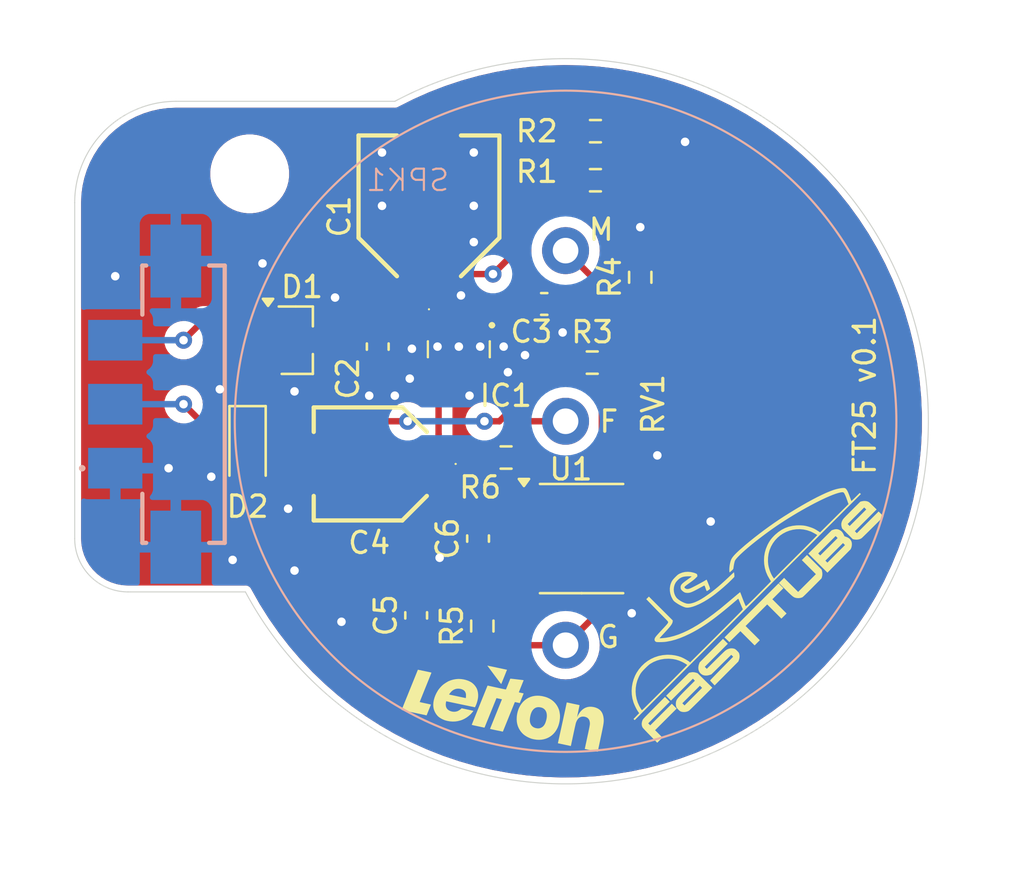
<source format=kicad_pcb>
(kicad_pcb
	(version 20240108)
	(generator "pcbnew")
	(generator_version "8.0")
	(general
		(thickness 1.6)
		(legacy_teardrops no)
	)
	(paper "A4")
	(layers
		(0 "F.Cu" signal)
		(31 "B.Cu" power)
		(32 "B.Adhes" user "B.Adhesive")
		(33 "F.Adhes" user "F.Adhesive")
		(34 "B.Paste" user)
		(35 "F.Paste" user)
		(37 "F.SilkS" user "F.Silkscreen")
		(38 "B.Mask" user)
		(39 "F.Mask" user)
		(40 "Dwgs.User" user "User.Drawings")
		(41 "Cmts.User" user "User.Comments")
		(42 "Eco1.User" user "User.Eco1")
		(43 "Eco2.User" user "User.Eco2")
		(44 "Edge.Cuts" user)
		(45 "Margin" user)
		(46 "B.CrtYd" user "B.Courtyard")
		(47 "F.CrtYd" user "F.Courtyard")
		(48 "B.Fab" user)
		(49 "F.Fab" user)
		(50 "User.1" user)
		(51 "User.2" user)
		(52 "User.3" user)
		(53 "User.4" user)
		(54 "User.5" user)
		(55 "User.6" user)
		(56 "User.7" user)
		(57 "User.8" user)
		(58 "User.9" user)
	)
	(setup
		(stackup
			(layer "F.SilkS"
				(type "Top Silk Screen")
			)
			(layer "F.Paste"
				(type "Top Solder Paste")
			)
			(layer "F.Mask"
				(type "Top Solder Mask")
				(thickness 0.01)
			)
			(layer "F.Cu"
				(type "copper")
				(thickness 0.035)
			)
			(layer "dielectric 1"
				(type "core")
				(thickness 1.51)
				(material "FR4")
				(epsilon_r 4.5)
				(loss_tangent 0.02)
			)
			(layer "B.Cu"
				(type "copper")
				(thickness 0.035)
			)
			(layer "B.Mask"
				(type "Bottom Solder Mask")
				(thickness 0.01)
			)
			(layer "B.Paste"
				(type "Bottom Solder Paste")
			)
			(layer "dielectric 2"
				(type "Bottom Silk Screen")
				(thickness 0)
				(material "FR4")
				(epsilon_r 4.5)
				(loss_tangent 0.02)
			)
			(copper_finish "None")
			(dielectric_constraints no)
		)
		(pad_to_mask_clearance 0)
		(allow_soldermask_bridges_in_footprints no)
		(pcbplotparams
			(layerselection 0x00010fc_ffffffff)
			(plot_on_all_layers_selection 0x0000000_00000000)
			(disableapertmacros no)
			(usegerberextensions no)
			(usegerberattributes yes)
			(usegerberadvancedattributes yes)
			(creategerberjobfile yes)
			(dashed_line_dash_ratio 12.000000)
			(dashed_line_gap_ratio 3.000000)
			(svgprecision 4)
			(plotframeref no)
			(viasonmask no)
			(mode 1)
			(useauxorigin no)
			(hpglpennumber 1)
			(hpglpenspeed 20)
			(hpglpendiameter 15.000000)
			(pdf_front_fp_property_popups yes)
			(pdf_back_fp_property_popups yes)
			(dxfpolygonmode yes)
			(dxfimperialunits yes)
			(dxfusepcbnewfont yes)
			(psnegative no)
			(psa4output no)
			(plotreference yes)
			(plotvalue yes)
			(plotfptext yes)
			(plotinvisibletext no)
			(sketchpadsonfab no)
			(subtractmaskfromsilk no)
			(outputformat 1)
			(mirror no)
			(drillshape 1)
			(scaleselection 1)
			(outputdirectory "")
		)
	)
	(net 0 "")
	(net 1 "VDD")
	(net 2 "GND")
	(net 3 "Net-(U1-FEED)")
	(net 4 "Net-(SPK1-M)")
	(net 5 "+24V")
	(net 6 "Net-(U1-HRNEN)")
	(net 7 "Net-(IC1-EN{slash}ADJ)")
	(net 8 "/SIG")
	(net 9 "Net-(SPK1-G)")
	(net 10 "Net-(SPK1-F)")
	(net 11 "Net-(D1-A)")
	(net 12 "unconnected-(U1-NC-Pad1)")
	(net 13 "unconnected-(U1-NC-Pad3)")
	(net 14 "Net-(R1-Pad2)")
	(footprint "Capacitor_SMD:C_0603_1608Metric_Pad1.08x0.95mm_HandSolder" (layer "F.Cu") (at 141.2 96.5 -90))
	(footprint "Capacitor_SMD:C_0603_1608Metric_Pad1.08x0.95mm_HandSolder" (layer "F.Cu") (at 145.9 105.5 90))
	(footprint "LOGO" (layer "F.Cu") (at 157.785054 107.960449 45))
	(footprint "Resistor_SMD:R_0603_1608Metric_Pad0.98x0.95mm_HandSolder" (layer "F.Cu") (at 146.1 109.6 90))
	(footprint "soundbox:06TR4FA104DPR" (layer "F.Cu") (at 159 95.5))
	(footprint "Capacitor_SMD:C_0603_1608Metric_Pad1.08x0.95mm_HandSolder" (layer "F.Cu") (at 149 94.5 180))
	(footprint "Resistor_SMD:R_0603_1608Metric_Pad0.98x0.95mm_HandSolder" (layer "F.Cu") (at 153.5 93.25 90))
	(footprint "soundbox:PG-SCT595-5" (layer "F.Cu") (at 145 96.5 180))
	(footprint "soundbox:EEE0GA101SR" (layer "F.Cu") (at 140.85 102 180))
	(footprint "Resistor_SMD:R_0603_1608Metric_Pad0.98x0.95mm_HandSolder" (layer "F.Cu") (at 147.2125 101.7))
	(footprint "Resistor_SMD:R_0603_1608Metric_Pad0.98x0.95mm_HandSolder" (layer "F.Cu") (at 151.4 88.7))
	(footprint "Package_TO_SOT_SMD:SOT-23_Handsoldering" (layer "F.Cu") (at 137.4 96.2))
	(footprint "soundbox:LeitOn_small_wo_sq" (layer "F.Cu") (at 147.2 113.1 -12))
	(footprint "Package_SO:SOIC-8_3.9x4.9mm_P1.27mm" (layer "F.Cu") (at 150.75 105.5))
	(footprint "soundbox:EEE1AA101SP" (layer "F.Cu") (at 143.6 89.9 90))
	(footprint "Resistor_SMD:R_0603_1608Metric_Pad0.98x0.95mm_HandSolder" (layer "F.Cu") (at 151.25 97.25))
	(footprint "Capacitor_SMD:C_0603_1608Metric_Pad1.08x0.95mm_HandSolder" (layer "F.Cu") (at 143 109.1 90))
	(footprint "Diode_SMD:D_SOD-323_HandSoldering" (layer "F.Cu") (at 135.1 101.3 -90))
	(footprint "MountingHole:MountingHole_3.2mm_M3_DIN965" (layer "F.Cu") (at 135.2 88.4))
	(footprint "Resistor_SMD:R_0603_1608Metric_Pad0.98x0.95mm_HandSolder" (layer "F.Cu") (at 151.4 86.4))
	(footprint "soundbox:TE Micro-Mate-N-Lok 1x03" (layer "B.Cu") (at 132.1 99.2 -90))
	(footprint "soundbox:CPT-3016-105T" (layer "B.Cu") (at 150 100 180))
	(gr_arc
		(start 127 89.75)
		(mid 128.391243 86.391243)
		(end 131.75 85)
		(stroke
			(width 0.05)
			(type default)
		)
		(layer "Edge.Cuts")
		(uuid "0c9499f7-3257-4d1a-ab45-d3dea9659961")
	)
	(gr_line
		(start 131.75 85)
		(end 142 85)
		(stroke
			(width 0.05)
			(type default)
		)
		(layer "Edge.Cuts")
		(uuid "145b8ce2-1cdf-402f-8341-2813b341aab6")
	)
	(gr_line
		(start 127 89.75)
		(end 127 105.5)
		(stroke
			(width 0.05)
			(type default)
		)
		(layer "Edge.Cuts")
		(uuid "5702bfe5-fa35-42f9-b66d-dc1faf38af9f")
	)
	(gr_line
		(start 129.5 108)
		(end 135 108)
		(stroke
			(width 0.05)
			(type default)
		)
		(layer "Edge.Cuts")
		(uuid "7ce022d5-3481-46fd-850f-fa99ac5c91eb")
	)
	(gr_arc
		(start 142 85)
		(mid 166.263456 104.949746)
		(end 135.000001 108.000003)
		(stroke
			(width 0.05)
			(type default)
		)
		(layer "Edge.Cuts")
		(uuid "8a2c619c-8626-4af2-8c59-1422d0ba61b9")
	)
	(gr_arc
		(start 129.5 108)
		(mid 127.732233 107.267767)
		(end 127 105.5)
		(stroke
			(width 0.05)
			(type default)
		)
		(layer "Edge.Cuts")
		(uuid "e1634623-b024-4caa-9d4d-69a765686d49")
	)
	(gr_rect
		(start 127 83)
		(end 167 117)
		(stroke
			(width 0.01)
			(type default)
		)
		(fill none)
		(layer "User.1")
		(uuid "39b0a146-c4d4-4256-ae48-acf0ec4d99bd")
	)
	(gr_text "FT25 v0.1"
		(at 164.6 102.6 90)
		(layer "F.SilkS")
		(uuid "0568cae2-bee3-4247-bec4-4aec8861298f")
		(effects
			(font
				(size 1 1)
				(thickness 0.15)
			)
			(justify left bottom)
		)
	)
	(segment
		(start 144.05 100.6)
		(end 144.05 101.8)
		(width 0.3)
		(layer "F.Cu")
		(net 1)
		(uuid "0200de1e-f1d3-475e-904f-1ae67260540b")
	)
	(segment
		(start 144.05 103.45)
		(end 144.05 102.35)
		(width 0.3)
		(layer "F.Cu")
		(net 1)
		(uuid "0bc4b59f-3030-465f-99e6-8a96f1d37eff")
	)
	(segment
		(start 148.275 104.865)
		(end 146.1275 104.865)
		(width 0.3)
		(layer "F.Cu")
		(net 1)
		(uuid "4fcf3739-2429-46db-a6eb-520af12c0900")
	)
	(segment
		(start 144 97.75)
		(end 144.05 97.7)
		(width 0.3)
		(layer "F.Cu")
		(net 1)
		(uuid "b57598a9-8b18-4e03-89c1-05fa95734452")
	)
	(segment
		(start 144.05 97.7)
		(end 144.05 100.6)
		(width 0.3)
		(layer "F.Cu")
		(net 1)
		(uuid "b5e77050-d7d3-4d83-9482-2923ce921046")
	)
	(segment
		(start 142.85 101.8)
		(end 144.05 101.8)
		(width 0.3)
		(layer "F.Cu")
		(net 1)
		(uuid "b743f3e9-4660-4641-8a39-1aa2c34a7ec6")
	)
	(segment
		(start 144.05 102.35)
		(end 143.7 102)
		(width 0.3)
		(layer "F.Cu")
		(net 1)
		(uuid "c5bb5a80-74ea-46d0-bfec-228c952e0dc7")
	)
	(segment
		(start 145.9 104.6375)
		(end 145.2375 104.6375)
		(width 0.3)
		(layer "F.Cu")
		(net 1)
		(uuid "cd55c0ae-b94b-4f6e-88d8-0819b3376a66")
	)
	(segment
		(start 145.2375 104.6375)
		(end 144.05 103.45)
		(width 0.3)
		(layer "F.Cu")
		(net 1)
		(uuid "ea5494ea-c94c-4637-880a-57b8847c4db0")
	)
	(segment
		(start 146.1275 104.865)
		(end 145.9 104.6375)
		(width 0.3)
		(layer "F.Cu")
		(net 1)
		(uuid "f2ef52aa-2e6f-4866-8b2f-5ded5050ff85")
	)
	(segment
		(start 145.9 106.3625)
		(end 144.1375 106.3625)
		(width 0.3)
		(layer "F.Cu")
		(net 2)
		(uuid "55aab1f9-bc28-4d68-920d-7a0186ad9de5")
	)
	(segment
		(start 149.8625 95.8375)
		(end 149.8625 94.5)
		(width 0.3)
		(layer "F.Cu")
		(net 2)
		(uuid "71920597-7374-42a3-8e56-7b58da0dcf27")
	)
	(segment
		(start 144.1375 106.3625)
		(end 144.1 106.4)
		(width 0.3)
		(layer "F.Cu")
		(net 2)
		(uuid "e1cb0569-3fed-4d04-9a27-ad2ee24e1020")
	)
	(via
		(at 155.6 86.9)
		(size 0.8)
		(drill 0.4)
		(layers "F.Cu" "B.Cu")
		(free yes)
		(net 2)
		(uuid "06a1a750-8536-4cf8-9192-35bc867304a9")
	)
	(via
		(at 145.7 91.6)
		(size 0.8)
		(drill 0.4)
		(layers "F.Cu" "B.Cu")
		(free yes)
		(net 2)
		(uuid "0db306fa-f0a3-4a00-87b1-7ed6fd918b81")
	)
	(via
		(at 140.8 98.8)
		(size 0.8)
		(drill 0.4)
		(layers "F.Cu" "B.Cu")
		(free yes)
		(net 2)
		(uuid "11677aed-5d35-4c15-8c41-230ac25975ee")
	)
	(via
		(at 142 98.8)
		(size 0.8)
		(drill 0.4)
		(layers "F.Cu" "B.Cu")
		(free yes)
		(net 2)
		(uuid "1634c358-6587-4d9e-a4c2-90a5ab1faafd")
	)
	(via
		(at 147.3 97.7)
		(size 0.8)
		(drill 0.4)
		(layers "F.Cu" "B.Cu")
		(free yes)
		(net 2)
		(uuid "1a418d52-d221-44b1-ad1d-91e97992ecb3")
	)
	(via
		(at 135.8 92.6)
		(size 0.8)
		(drill 0.4)
		(layers "F.Cu" "B.Cu")
		(free yes)
		(net 2)
		(uuid "1ae7c5ac-d660-4ab3-b3fa-65cf1c02d49f")
	)
	(via
		(at 141.4 87.4)
		(size 0.8)
		(drill 0.4)
		(layers "F.Cu" "B.Cu")
		(free yes)
		(net 2)
		(uuid "242c131a-7b58-4e7b-a56b-1eff90940cb4")
	)
	(via
		(at 142.7 98)
		(size 0.8)
		(drill 0.4)
		(layers "F.Cu" "B.Cu")
		(free yes)
		(net 2)
		(uuid "25345f8f-538d-46a3-b8d8-5a868b8a4bca")
	)
	(via
		(at 144.1 106.4)
		(size 0.8)
		(drill 0.4)
		(layers "F.Cu" "B.Cu")
		(net 2)
		(uuid "2a82b6e4-3e60-41fd-bd5d-f6a27f31de3c")
	)
	(via
		(at 134.4 106.5)
		(size 0.8)
		(drill 0.4)
		(layers "F.Cu" "B.Cu")
		(free yes)
		(net 2)
		(uuid "40f43ec0-ad56-49ad-9da1-70b7a7e2a5b3")
	)
	(via
		(at 153.5 90.9)
		(size 0.8)
		(drill 0.4)
		(layers "F.Cu" "B.Cu")
		(free yes)
		(net 2)
		(uuid "59e64dbd-0451-436f-844e-4c0d273598ba")
	)
	(via
		(at 148.1 96.9)
		(size 0.8)
		(drill 0.4)
		(layers "F.Cu" "B.Cu")
		(free yes)
		(net 2)
		(uuid "69cbc453-a834-432c-a06f-6af5e0115401")
	)
	(via
		(at 145 96.5)
		(size 0.8)
		(drill 0.4)
		(layers "F.Cu" "B.Cu")
		(free yes)
		(net 2)
		(uuid "6a66460c-c4ed-4cbb-ad75-8721cfb01e79")
	)
	(via
		(at 153.1 109)
		(size 0.8)
		(drill 0.4)
		(layers "F.Cu" "B.Cu")
		(free yes)
		(net 2)
		(uuid "7fa75b93-3a54-4ab9-823b-8664220d8fc0")
	)
	(via
		(at 137 104.1)
		(size 0.8)
		(drill 0.4)
		(layers "F.Cu" "B.Cu")
		(free yes)
		(net 2)
		(uuid "83ee66e4-35b7-421f-bd51-e9232ebc2f9c")
	)
	(via
		(at 145.7 87.4)
		(size 0.8)
		(drill 0.4)
		(layers "F.Cu" "B.Cu")
		(free yes)
		(net 2)
		(uuid "87ee8f62-5586-4ec4-bf64-4d8e7f4f3c00")
	)
	(via
		(at 142.8 96.6)
		(size 0.8)
		(drill 0.4)
		(layers "F.Cu" "B.Cu")
		(free yes)
		(net 2)
		(uuid "88f446c1-03c1-4aaf-8c6d-a532e3fea711")
	)
	(via
		(at 133.4 102.6)
		(size 0.8)
		(drill 0.4)
		(layers "F.Cu" "B.Cu")
		(free yes)
		(net 2)
		(uuid "92246a78-6004-4e5e-8693-ea3615729c12")
	)
	(via
		(at 131.4 102.2)
		(size 0.8)
		(drill 0.4)
		(layers "F.Cu" "B.Cu")
		(free yes)
		(net 2)
		(uuid "94bb3951-fb1a-46ff-acb9-ecec1cf0b654")
	)
	(via
		(at 139.2 94.2)
		(size 0.8)
		(drill 0.4)
		(layers "F.Cu" "B.Cu")
		(free yes)
		(net 2)
		(uuid "992c7461-a546-414a-83a3-be9358a4ffe2")
	)
	(via
		(at 145.7 89.9)
		(size 0.8)
		(drill 0.4)
		(layers "F.Cu" "B.Cu")
		(free yes)
		(net 2)
		(uuid "afb24003-5dc5-4adf-9efe-5e0f83e92297")
	)
	(via
		(at 145.1 94.1)
		(size 0.8)
		(drill 0.4)
		(layers "F.Cu" "B.Cu")
		(free yes)
		(net 2)
		(uuid "b57f5c0c-c97f-4e02-83ff-2ef698d42b64")
	)
	(via
		(at 145.5 98.8)
		(size 0.8)
		(drill 0.4)
		(layers "F.Cu" "B.Cu")
		(free yes)
		(net 2)
		(uuid "b5ab2b73-4634-4e0e-855d-42a626e2a677")
	)
	(via
		(at 154.3 101.6)
		(size 0.8)
		(drill 0.4)
		(layers "F.Cu" "B.Cu")
		(free yes)
		(net 2)
		(uuid "b76a2fc2-0f04-4ac7-8040-3c68efea3aaa")
	)
	(via
		(at 137.3 107)
		(size 0.8)
		(drill 0.4)
		(layers "F.Cu" "B.Cu")
		(free yes)
		(net 2)
		(uuid "b84a5bb6-38b6-489a-88d5-f98f5bcf4f0a")
	)
	(via
		(at 128.9 93.2)
		(size 0.8)
		(drill 0.4)
		(layers "F.Cu" "B.Cu")
		(free yes)
		(net 2)
		(uuid "c6f53ace-18f2-4464-867c-521c9da61925")
	)
	(via
		(at 141.4 89.9)
		(size 0.8)
		(drill 0.4)
		(layers "F.Cu" "B.Cu")
		(free yes)
		(net 2)
		(uuid "ce35d305-acce-470c-a782-1e723ff90853")
	)
	(via
		(at 146 96.5)
		(size 0.8)
		(drill 0.4)
		(layers "F.Cu" "B.Cu")
		(free yes)
		(net 2)
		(uuid "ce89bd32-5eb5-4729-8660-e03d2d9f2e18")
	)
	(via
		(at 147.1 96.5)
		(size 0.8)
		(drill 0.4)
		(layers "F.Cu" "B.Cu")
		(free yes)
		(net 2)
		(uuid "d6efebd2-3405-41b1-bc0d-84897ffc75fb")
	)
	(via
		(at 149.8625 95.8375)
		(size 0.8)
		(drill 0.4)
		(layers "F.Cu" "B.Cu")
		(free yes)
		(net 2)
		(uuid "d8f12fb1-bcf4-4713-a92c-8cd19cfe334a")
	)
	(via
		(at 156.8 104.7)
		(size 0.8)
		(drill 0.4)
		(layers "F.Cu" "B.Cu")
		(free yes)
		(net 2)
		(uuid "db890ffb-38c3-4b56-bb01-106cd42901c5")
	)
	(via
		(at 144 96.5)
		(size 0.8)
		(drill 0.4)
		(layers "F.Cu" "B.Cu")
		(free yes)
		(net 2)
		(uuid "dcf1182a-9346-40f1-9a54-d1175b80aebf")
	)
	(via
		(at 139.5 109.4)
		(size 0.8)
		(drill 0.4)
		(layers "F.Cu" "B.Cu")
		(free yes)
		(net 2)
		(uuid "dee0939a-5e0d-4315-a470-5bde3c7fcd15")
	)
	(via
		(at 133.8 98.5)
		(size 0.8)
		(drill 0.4)
		(layers "F.Cu" "B.Cu")
		(free yes)
		(net 2)
		(uuid "e8553ab2-d140-422f-8e37-c9cd37b98698")
	)
	(via
		(at 137.3 98.6)
		(size 0.8)
		(drill 0.4)
		(layers "F.Cu" "B.Cu")
		(free yes)
		(net 2)
		(uuid "ecf13844-64d3-4d09-826f-01f2a3714814")
	)
	(segment
		(start 149.9 106.9)
		(end 149.395 107.405)
		(width 0.3)
		(layer "F.Cu")
		(net 3)
		(uuid "072347fb-8a85-4b8b-9cdd-570becb73639")
	)
	(segment
		(start 143 108.2375)
		(end 143.1625 108.4)
		(width 0.3)
		(layer "F.Cu")
		(net 3)
		(uuid "33cc69b3-2ac0-4549-9b3b-91cd59442f92")
	)
	(segment
		(start 148.275 107.405)
		(end 146.105 107.405)
		(width 0.3)
		(layer "F.Cu")
		(net 3)
		(uuid "4d85323a-08d1-468c-bfd3-e496a2731d71")
	)
	(segment
		(start 146.105 107.405)
		(end 146.1 107.4)
		(width 0.3)
		(layer "F.Cu")
		(net 3)
		(uuid "5dd55fdd-6d11-4b51-a953-3fa965ab3532")
	)
	(segment
		(start 148.125 101.7)
		(end 148.4 101.7)
		(width 0.3)
		(layer "F.Cu")
		(net 3)
		(uuid "68a5e2c6-7d6d-4572-b044-716560f93b78")
	)
	(segment
		(start 149.395 107.405)
		(end 148.275 107.405)
		(width 0.3)
		(layer "F.Cu")
		(net 3)
		(uuid "743d24b5-976d-4645-9863-8a0ee42aafcc")
	)
	(segment
		(start 143.1625 108.4)
		(end 145.8125 108.4)
		(width 0.3)
		(layer "F.Cu")
		(net 3)
		(uuid "b7c0af82-7118-446f-84b0-b130de258793")
	)
	(segment
		(start 149.9 103.2)
		(end 149.9 106.9)
		(width 0.3)
		(layer "F.Cu")
		(net 3)
		(uuid "cb404238-cfe4-4c89-80e5-10dbaa60b65d")
	)
	(segment
		(start 148.4 101.7)
		(end 149.9 103.2)
		(width 0.3)
		(layer "F.Cu")
		(net 3)
		(uuid "d01badf2-6c95-4c67-a7e8-06a90062df4a")
	)
	(segment
		(start 145.8125 108.4)
		(end 146.1 108.6875)
		(width 0.3)
		(layer "F.Cu")
		(net 3)
		(uuid "d28d9681-e4e7-4093-b176-03db88347aa5")
	)
	(segment
		(start 146.1 108.6875)
		(end 146.1 107.4)
		(width 0.3)
		(layer "F.Cu")
		(net 3)
		(uuid "f412a4c1-f106-41a2-a9c6-a0084babeb82")
	)
	(segment
		(start 143 109.9625)
		(end 143.3625 109.6)
		(width 0.3)
		(layer "F.Cu")
		(net 4)
		(uuid "1275eff5-a8cd-4980-99f8-bd6048c5865e")
	)
	(segment
		(start 143.3625 109.6)
		(end 148.2 109.6)
		(width 0.3)
		(layer "F.Cu")
		(net 4)
		(uuid "21c00ab5-9d09-4381-9fee-a936ade63893")
	)
	(segment
		(start 151.25 98.55)
		(end 151.7 99)
		(width 0.3)
		(layer "F.Cu")
		(net 4)
		(uuid "30c7c0a9-de98-46ee-ad56-98519c7cfb85")
	)
	(segment
		(start 152 104.865)
		(end 151.735 104.865)
		(width 0.3)
		(layer "F.Cu")
		(net 4)
		(uuid "36da2dfc-84c8-4d31-a70b-2f8f40fe67e3")
	)
	(segment
		(start 151.7 104.6)
		(end 151.7 104.83)
		(width 0.3)
		(layer "F.Cu")
		(net 4)
		(uuid "3ae480d1-8672-4f2c-a851-94f59965e078")
	)
	(segment
		(start 150.6 106)
		(end 151.735 104.865)
		(width 0.3)
		(layer "F.Cu")
		(net 4)
		(uuid "43024d58-9f54-4f6e-8b0a-0234d31eabeb")
	)
	(segment
		(start 151.7 99)
		(end 151.7 104.6)
		(width 0.3)
		(layer "F.Cu")
		(net 4)
		(uuid "45402f4d-99c3-4ba9-bd66-4a1ea8da26b0")
	)
	(segment
		(start 150.6 107.2)
		(end 150.6 106)
		(width 0.3)
		(layer "F.Cu")
		(net 4)
		(uuid "534a1b64-c56d-4dac-be08-2c6f4970d5f7")
	)
	(segment
		(start 151.735 104.6)
		(end 152 104.865)
		(width 0.3)
		(layer "F.Cu")
		(net 4)
		(uuid "5da0f8fb-e2f9-41b0-9801-f13702b13393")
	)
	(segment
		(start 151.7 104.83)
		(end 151.735 104.865)
		(width 0.3)
		(layer "F.Cu")
		(net 4)
		(uuid "78b78ccc-63d2-4be6-8684-dc2b419e2d99")
	)
	(segment
		(start 151.25 93.25)
		(end 151.25 98.55)
		(width 0.3)
		(layer "F.Cu")
		(net 4)
		(uuid "7bc63da9-9e54-4147-a93d-721567276b1d")
	)
	(segment
		(start 150 92)
		(end 151.25 93.25)
		(width 0.3)
		(layer "F.Cu")
		(net 4)
		(uuid "d0f86c55-1497-473f-92ab-0926b530691e")
	)
	(segment
		(start 153.06 104.7)
		(end 153.225 104.865)
		(width 0.3)
		(layer "F.Cu")
		(net 4)
		(uuid "de487b46-dff6-4637-b730-51caf9eeca2e")
	)
	(segment
		(start 151.7 104.6)
		(end 151.735 104.6)
		(width 0.3)
		(layer "F.Cu")
		(net 4)
		(uuid "e604e90e-3383-4c49-a31e-adad540853ba")
	)
	(segment
		(start 153.225 104.865)
		(end 152 104.865)
		(width 0.3)
		(layer "F.Cu")
		(net 4)
		(uuid "fb5f5bb4-df8e-49f9-aeab-c72ab1a7e5d2")
	)
	(segment
		(start 148.2 109.6)
		(end 150.6 107.2)
		(width 0.3)
		(layer "F.Cu")
		(net 4)
		(uuid "fc45fc17-2009-442e-bbac-989774d63208")
	)
	(segment
		(start 147.7 92)
		(end 147.7 91)
		(width 0.3)
		(layer "F.Cu")
		(net 5)
		(uuid "1714de18-f19e-4a1d-9fcb-abbc4390ca85")
	)
	(segment
		(start 141.5875 95.25)
		(end 144 95.25)
		(width 0.3)
		(layer "F.Cu")
		(net 5)
		(uuid "3cdd5ae0-fe74-40b7-91eb-253b46d6524f")
	)
	(segment
		(start 143.6 94.4)
		(end 144.05 94.85)
		(width 0.3)
		(layer "F.Cu")
		(net 5)
		(uuid "5cfb3353-0791-41e6-bccb-971103ac1a26")
	)
	(segment
		(start 144.05 94.85)
		(end 144.05 95.3)
		(width 0.3)
		(layer "F.Cu")
		(net 5)
		(uuid "621ce208-3109-48a3-945d-31c8a7be375d")
	)
	(segment
		(start 140.1125 95.6375)
		(end 141.2 95.6375)
		(width 0.3)
		(layer "F.Cu")
		(net 5)
		(uuid "741a27be-6162-47b2-ad04-96fb7ac0b279")
	)
	(segment
		(start 144.3 93.1)
		(end 146.6 93.1)
		(width 0.3)
		(layer "F.Cu")
		(net 5)
		(uuid "7d813ea8-5ed9-49a4-98e1-c2993e25371a")
	)
	(segment
		(start 150 88.7)
		(end 150.4875 88.7)
		(width 0.3)
		(layer "F.Cu")
		(net 5)
		(uuid "91449544-3d85-43bf-892d-142f30243a74")
	)
	(segment
		(start 146.6 93.1)
		(end 147.7 92)
		(width 0.3)
		(layer "F.Cu")
		(net 5)
		(uuid "a21a02bd-2759-401c-b257-6fddf78b91b4")
	)
	(segment
		(start 147.7 91)
		(end 150 88.7)
		(width 0.3)
		(layer "F.Cu")
		(net 5)
		(uuid "b0d0a533-03d1-4d10-9c9d-275a057f1864")
	)
	(segment
		(start 138.9 96.2)
		(end 139.55 96.2)
		(width 0.3)
		(layer "F.Cu")
		(net 5)
		(uuid "bd107eda-4f5e-4951-931b-0b65bc3ea725")
	)
	(segment
		(start 143.6 92.4)
		(end 144.3 93.1)
		(width 0.3)
		(layer "F.Cu")
		(net 5)
		(uuid "bdbf9fa0-e6ce-431f-be19-940864357b67")
	)
	(segment
		(start 141.2 95.6375)
		(end 141.5875 95.25)
		(width 0.3)
		(layer "F.Cu")
		(net 5)
		(uuid "c70a6765-40cc-46c1-a2d9-b3050acd3216")
	)
	(segment
		(start 139.55 96.2)
		(end 140.1125 95.6375)
		(width 0.3)
		(layer "F.Cu")
		(net 5)
		(uuid "e1a2c8d8-ddc3-4812-a16f-2c720999d104")
	)
	(segment
		(start 143.6 92.4)
		(end 143.6 94.4)
		(width 0.3)
		(layer "F.Cu")
		(net 5)
		(uuid "e50a271d-fbd0-4824-a5eb-2812063731a2")
	)
	(segment
		(start 150.4875 86.4)
		(end 150.4875 88.7)
		(width 0.3)
		(layer "F.Cu")
		(net 5)
		(uuid "e74d25ae-28d4-40ff-aaa6-db74846f4d2c")
	)
	(via
		(at 146.6 93.1)
		(size 0.8)
		(drill 0.4)
		(layers "F.Cu" "B.Cu")
		(net 5)
		(uuid "1f66e272-7d73-47e7-85fd-2cea844f1376")
	)
	(segment
		(start 152.5 97.5875)
		(end 152.5 101.75)
		(width 0.3)
		(layer "F.Cu")
		(net 6)
		(uuid "074a2975-fd68-4c40-8155-f0e5b9abf23d")
	)
	(segment
		(start 152.1625 97.25)
		(end 152.5 97.5875)
		(width 0.3)
		(layer "F.Cu")
		(net 6)
		(uuid "21ff4d6b-8fcc-4b1c-820c-c5cadcb9bf55")
	)
	(segment
		(start 152.5 101.75)
		(end 153.25 102.5)
		(width 0.3)
		(layer "F.Cu")
		(net 6)
		(uuid "2fba2c5a-2a97-4175-bfeb-038d973dde82")
	)
	(segment
		(start 153.25 103.57)
		(end 153.225 103.595)
		(width 0.3)
		(layer "F.Cu")
		(net 6)
		(uuid "418fabef-99d7-47c9-abc2-f7723d16f244")
	)
	(segment
		(start 152.1625 97.25)
		(end 152.25 97.25)
		(width 0.3)
		(layer "F.Cu")
		(net 6)
		(uuid "52311879-8ed6-466b-bba9-44d036750aed")
	)
	(segment
		(start 153.25 102.5)
		(end 153.25 103.57)
		(width 0.3)
		(layer "F.Cu")
		(net 6)
		(uuid "cdcf619f-a978-4667-ae1c-20f141c6c1ed")
	)
	(segment
		(start 153.5 96)
		(end 153.5 94.1625)
		(width 0.3)
		(layer "F.Cu")
		(net 6)
		(uuid "ef8cfd81-6cb9-4d71-b3bf-0610e509a439")
	)
	(segment
		(start 152.25 97.25)
		(end 153.5 96)
		(width 0.3)
		(layer "F.Cu")
		(net 6)
		(uuid "fa2f396c-09cf-4795-881a-85a4b4ae0039")
	)
	(segment
		(start 159 91.225)
		(end 157.525 89.75)
		(width 0.3)
		(layer "F.Cu")
		(net 7)
		(uuid "10e80ff1-24c9-4e99-a6ae-40c6b4da76d7")
	)
	(segment
		(start 145.95 95.3)
		(end 147.425 93.825)
		(width 0.3)
		(layer "F.Cu")
		(net 7)
		(uuid "69f64f3f-7002-47e9-8d79-e5b3fa90185e")
	)
	(segment
		(start 148.25 93)
		(end 147.425 93.825)
		(width 0.3)
		(layer "F.Cu")
		(net 7)
		(uuid "71a75b59-ac82-42df-ab4d-24534136247c")
	)
	(segment
		(start 149.75 89.75)
		(end 148.25 91.25)
		(width 0.3)
		(layer "F.Cu")
		(net 7)
		(uuid "7c187c0d-5463-49e4-b302-7e6b907a001c")
	)
	(segment
		(start 157.525 89.75)
		(end 149.75 89.75)
		(width 0.3)
		(layer "F.Cu")
		(net 7)
		(uuid "8caf3322-20bd-4792-87d4-2ac4b6e61f44")
	)
	(segment
		(start 148.1375 94.5)
		(end 148.1 94.5)
		(width 0.3)
		(layer "F.Cu")
		(net 7)
		(uuid "c7a1fbfd-de61-4daa-8cec-99339a910f45")
	)
	(segment
		(start 148.1 94.5)
		(end 147.425 93.825)
		(width 0.3)
		(layer "F.Cu")
		(net 7)
		(uuid "fb5c3ebe-ae4a-47c1-bc91-695929b1d538")
	)
	(segment
		(start 148.25 91.25)
		(end 148.25 93)
		(width 0.3)
		(layer "F.Cu")
		(net 7)
		(uuid "fd5ccc6b-1f50-4929-b1e8-f7fa3b79e0ff")
	)
	(segment
		(start 149.65 97.25)
		(end 150.3375 97.25)
		(width 0.3)
		(layer "F.Cu")
		(net 8)
		(uuid "49712491-cc98-417d-9fd7-6bea8419dd0f")
	)
	(segment
		(start 146.2 100)
		(end 146.9 100)
		(width 0.3)
		(layer "F.Cu")
		(net 8)
		(uuid "527f361a-886e-4d3e-b2f8-d2e7b77728ba")
	)
	(segment
		(start 132.9 100)
		(end 132.1 99.2)
		(width 0.3)
		(layer "F.Cu")
		(net 8)
		(uuid "5baef98e-5189-4eb0-8387-1bdec159583f")
	)
	(segment
		(start 142.6 100)
		(end 132.9 100)
		(width 0.3)
		(layer "F.Cu")
		(net 8)
		(uuid "c74e87f2-4beb-42a2-8bce-759a3bbe4814")
	)
	(segment
		(start 146.9 100)
		(end 149.65 97.25)
		(width 0.3)
		(layer "F.Cu")
		(net 8)
		(uuid "eab867c7-f470-4870-8085-66ac175dac89")
	)
	(via
		(at 146.2 100)
		(size 0.8)
		(drill 0.4)
		(layers "F.Cu" "B.Cu")
		(net 8)
		(uuid "3e77b714-44f3-4163-8c08-87f52830b850")
	)
	(via
		(at 142.6 100)
		(size 0.8)
		(drill 0.4)
		(layers "F.Cu" "B.Cu")
		(net 8)
		(uuid "5281ce56-3ddb-4cc6-af00-7d45d7765312")
	)
	(via
		(at 132.1 99.2)
		(size 0.8)
		(drill 0.4)
		(layers "F.Cu" "B.Cu")
		(net 8)
		(uuid "b37c375d-dd82-4e8f-af80-140a5bedd833")
	)
	(segment
		(start 132.1 99.2)
		(end 128.9 99.2)
		(width 0.3)
		(layer "B.Cu")
		(net 8)
		(uuid "550c766a-656c-4f02-959e-6002256314dc")
	)
	(segment
		(start 142.6 100)
		(end 146.2 100)
		(width 0.3)
		(layer "B.Cu")
		(net 8)
		(uuid "7f30ac41-d40b-4057-b41b-f5859121de8d")
	)
	(segment
		(start 146.1 110.5125)
		(end 146.1125 110.5)
		(width 0.3)
		(layer "F.Cu")
		(net 9)
		(uuid "0985b6fd-d180-4fc5-bce9-3d6204322516")
	)
	(segment
		(start 150 110.5)
		(end 151.3 109.2)
		(width 0.3)
		(layer "F.Cu")
		(net 9)
		(uuid "29833cd4-ae84-47c3-a086-4dfcd0ca3a64")
	)
	(segment
		(start 146.1125 110.5)
		(end 150 110.5)
		(width 0.3)
		(layer "F.Cu")
		(net 9)
		(uuid "924cc875-b40f-4c52-9192-86ac241c9175")
	)
	(segment
		(start 151.965 106.135)
		(end 153.225 106.135)
		(width 0.3)
		(layer "F.Cu")
		(net 9)
		(uuid "d32f4e74-f404-477c-91c6-11336f273e81")
	)
	(segment
		(start 151.3 109.2)
		(end 151.3 106.8)
		(width 0.3)
		(layer "F.Cu")
		(net 9)
		(uuid "e4c7c31e-d0bc-4d47-b7ae-acbdc347fd7a")
	)
	(segment
		(start 151.3 106.8)
		(end 151.965 106.135)
		(width 0.3)
		(layer "F.Cu")
		(net 9)
		(uuid "e78a7e10-98f9-4831-bed7-9f8aafb304a1")
	)
	(segment
		(start 148 100)
		(end 150 100)
		(width 0.3)
		(layer "F.Cu")
		(net 10)
		(uuid "3742acb2-820e-4999-be63-afbe5ee5925a")
	)
	(segment
		(start 146.3 101.7)
		(end 148 100)
		(width 0.3)
		(layer "F.Cu")
		(net 10)
		(uuid "85bef4ca-4201-41d1-8bbe-9a35f0aa61c3")
	)
	(segment
		(start 133.05 95.25)
		(end 132.1 96.2)
		(width 0.3)
		(layer "F.Cu")
		(net 11)
		(uuid "c05adb94-fcf2-46f2-9995-128d27f8e65d")
	)
	(segment
		(start 135.9 95.25)
		(end 133.05 95.25)
		(width 0.3)
		(layer "F.Cu")
		(net 11)
		(uuid "f2a95a8c-f339-4b8b-9434-a14fdffa8c9d")
	)
	(via
		(at 132.1 96.2)
		(size 0.8)
		(drill 0.4)
		(layers "F.Cu" "B.Cu")
		(net 11)
		(uuid "ec99fa40-5d9d-41a8-9fe6-5b497feb807a")
	)
	(segment
		(start 132.1 96.2)
		(end 128.9 96.2)
		(width 0.3)
		(layer "B.Cu")
		(net 11)
		(uuid "84b5106d-4355-40eb-8239-1ba06ac7f42a")
	)
	(segment
		(start 161.15 100.425)
		(end 161.15 89.95)
		(width 0.3)
		(layer "F.Cu")
		(net 14)
		(uuid "26979417-b786-4be8-984f-7d0738cdff24")
	)
	(segment
		(start 161.15 89.95)
		(end 159.9 88.7)
		(width 0.3)
		(layer "F.Cu")
		(net 14)
		(uuid "7718b055-c971-4cec-ab44-672e9f6976fc")
	)
	(segment
		(start 159.9 88.7)
		(end 152.3125 88.7)
		(width 0.3)
		(layer "F.Cu")
		(net 14)
		(uuid "8f63e3d9-dbb7-40be-853d-4d064e73fe36")
	)
	(segment
		(start 152.3125 86.4)
		(end 152.3125 88.7)
		(width 0.3)
		(layer "F.Cu")
		(net 14)
		(uuid "d1f80375-c994-4ac9-a326-cf0882761c94")
	)
	(zone
		(net 2)
		(net_name "GND")
		(layers "F&B.Cu")
		(uuid "f9e29ff1-ed6b-4444-a671-19fb7397cf29")
		(hatch edge 0.5)
		(connect_pads
			(clearance 0.5)
		)
		(min_thickness 0.25)
		(filled_areas_thickness no)
		(fill yes
			(thermal_gap 0.5)
			(thermal_bridge_width 0.5)
		)
		(polygon
			(pts
				(xy 123.5 80.25) (xy 171.5 80.25) (xy 171.5 122) (xy 123.5 122)
			)
		)
		(filled_polygon
			(layer "F.Cu")
			(pts
				(xy 150.738849 83.316924) (xy 150.744832 83.317191) (xy 151.548128 83.372487) (xy 151.554089 83.373043)
				(xy 152.353772 83.467285) (xy 152.359713 83.468132) (xy 153.153872 83.601098) (xy 153.159756 83.602231)
				(xy 153.946502 83.773602) (xy 153.952355 83.775027) (xy 154.729831 83.984396) (xy 154.735607 83.986103)
				(xy 155.502 84.232982) (xy 155.507668 84.23496) (xy 155.996378 84.419032) (xy 156.2612 84.518778)
				(xy 156.266784 84.521038) (xy 156.498304 84.621332) (xy 157.005625 84.841104) (xy 157.011068 84.843621)
				(xy 157.733508 85.199198) (xy 157.738804 85.201966) (xy 158.173492 85.442812) (xy 158.443116 85.592202)
				(xy 158.448313 85.595248) (xy 159.132857 86.019234) (xy 159.137896 86.022528) (xy 159.360299 86.175704)
				(xy 159.801005 86.479232) (xy 159.805881 86.482768) (xy 160.446027 86.971133) (xy 160.450726 86.974901)
				(xy 161.066433 87.493804) (xy 161.070943 87.497797) (xy 161.652357 88.038211) (xy 161.660699 88.045964)
				(xy 161.665001 88.050162) (xy 161.833895 88.223176) (xy 162.227448 88.62633) (xy 162.23155 88.630741)
				(xy 162.55509 88.9961) (xy 162.753549 89.220212) (xy 162.765352 89.23354) (xy 162.769235 89.238145)
				(xy 163.273141 89.866165) (xy 163.276795 89.870953) (xy 163.749595 90.522686) (xy 163.753013 90.527646)
				(xy 164.193628 91.201602) (xy 164.1968 91.206723) (xy 164.604133 91.901226) (xy 164.607054 91.906494)
				(xy 164.980205 92.620006) (xy 164.982866 92.62541) (xy 165.32092 93.356186) (xy 165.323315 93.361712)
				(xy 165.625484 94.108047) (xy 165.627608 94.113684) (xy 165.893172 94.873799) (xy 165.89502 94.879532)
				(xy 166.123357 95.651644) (xy 166.124925 95.65746) (xy 166.315503 96.439774) (xy 166.316786 96.445659)
				(xy 166.469145 97.236287) (xy 166.470141 97.242228) (xy 166.583927 98.039332) (xy 166.584633 98.045314)
				(xy 166.659575 98.84699) (xy 166.65999 98.852999) (xy 166.695912 99.657391) (xy 166.696034 99.663413)
				(xy 166.692851 100.468574) (xy 166.692681 100.474595) (xy 166.650402 101.278658) (xy 166.64994 101.284664)
				(xy 166.56866 102.085749) (xy 166.567906 102.091725) (xy 166.447824 102.88789) (xy 166.446781 102.893823)
				(xy 166.288178 103.683215) (xy 166.286849 103.689089) (xy 166.090097 104.469857) (xy 166.088484 104.475661)
				(xy 165.854039 105.245979) (xy 165.852145 105.251697) (xy 165.580588 106.009666) (xy 165.57842 106.015286)
				(xy 165.270355 106.759223) (xy 165.267916 106.76473) (xy 164.924097 107.49281) (xy 164.921393 107.498193)
				(xy 164.54262 108.208717) (xy 164.539658 108.213962) (xy 164.126832 108.90525) (xy 164.123619 108.910345)
				(xy 163.677702 109.580779) (xy 163.674245 109.585712) (xy 163.196303 110.233691) (xy 163.192611 110.23845)
				(xy 162.68376 110.862462) (xy 162.679841 110.867037) (xy 162.141301 111.465586) (xy 162.137165 111.469964)
				(xy 161.57018 112.041668) (xy 161.565836 112.045841) (xy 160.971741 112.589351) (xy 160.967199 112.593307)
				(xy 160.347442 113.107299) (xy 160.342713 113.111031) (xy 159.698708 113.594334) (xy 159.693804 113.597831)
				(xy 159.027098 114.049283) (xy 159.02203 114.052538) (xy 158.334199 114.471074) (xy 158.328979 114.47408)
				(xy 157.621601 114.858736) (xy 157.616241 114.861484) (xy 156.891046 115.211323) (xy 156.885558 115.213808)
				(xy 156.144202 115.528026) (xy 156.138601 115.530241) (xy 155.382878 115.808082) (xy 155.377176 115.810022)
				(xy 154.608872 116.05083) (xy 154.603082 116.052492) (xy 153.823957 116.255713) (xy 153.818093 116.257091)
				(xy 153.030035 116.422233) (xy 153.024112 116.423325) (xy 152.22896 116.550002) (xy 152.22299 116.550805)
				(xy 151.422623 116.63872) (xy 151.416621 116.639232) (xy 150.612933 116.688174) (xy 150.606914 116.688394)
				(xy 149.801785 116.698251) (xy 149.795762 116.698178) (xy 148.991125 116.668924) (xy 148.985112 116.668559)
				(xy 148.182843 116.600265) (xy 148.176856 116.599609) (xy 147.378824 116.492431) (xy 147.372875 116.491484)
				(xy 146.581019 116.345685) (xy 146.575135 116.344453) (xy 146.143372 116.243056) (xy 145.79127 116.160367)
				(xy 145.785442 116.158848) (xy 145.011444 115.936912) (xy 145.005696 115.935111) (xy 144.243406 115.675856)
				(xy 144.237752 115.673779) (xy 143.488938 115.377807) (xy 143.483391 115.375457) (xy 143.323003 115.30287)
				(xy 142.749838 115.043471) (xy 142.744413 115.040855) (xy 142.027866 114.673648) (xy 142.022573 114.670772)
				(xy 141.324672 114.269181) (xy 141.319526 114.266051) (xy 140.641954 113.831046) (xy 140.636966 113.827669)
				(xy 139.981354 113.360298) (xy 139.976535 113.356684) (xy 139.344345 112.857989) (xy 139.339708 112.854144)
				(xy 138.732514 112.325365) (xy 138.728069 112.3213) (xy 138.147246 111.763635) (xy 138.143025 111.75938)
				(xy 137.751736 111.34534) (xy 137.589979 111.174177) (xy 137.585949 111.1697) (xy 137.32263 110.862462)
				(xy 137.06197 110.558326) (xy 137.058188 110.553691) (xy 136.564485 109.917552) (xy 136.560935 109.912741)
				(xy 136.098728 109.253406) (xy 136.095399 109.248403) (xy 136.065903 109.20165) (xy 135.665753 108.567395)
				(xy 135.662691 108.56227) (xy 135.285135 107.893968) (xy 135.281699 107.886916) (xy 135.263805 107.855924)
				(xy 135.261778 107.852273) (xy 135.242752 107.816598) (xy 135.242751 107.816596) (xy 135.211356 107.786355)
				(xy 135.2097 107.784729) (xy 135.184086 107.759115) (xy 135.174615 107.750965) (xy 135.174194 107.750559)
				(xy 135.144992 107.736362) (xy 135.13721 107.73223) (xy 135.115993 107.71998) (xy 135.113441 107.718923)
				(xy 135.094862 107.71199) (xy 135.088585 107.708938) (xy 135.067441 107.705994) (xy 135.05246 107.702955)
				(xy 135.039562 107.6995) (xy 135.039561 107.6995) (xy 135.029397 107.6995) (xy 135.012294 107.698315)
				(xy 134.994306 107.69581) (xy 134.98429 107.697589) (xy 134.962604 107.6995) (xy 129.503751 107.6995)
				(xy 129.496264 107.699274) (xy 129.242364 107.683915) (xy 129.2275 107.68211) (xy 128.981001 107.636938)
				(xy 128.966461 107.633354) (xy 128.727211 107.5588) (xy 128.713211 107.553491) (xy 128.48468 107.450638)
				(xy 128.471421 107.443679) (xy 128.25696 107.314033) (xy 128.244637 107.305527) (xy 128.191749 107.264092)
				(xy 128.047363 107.150972) (xy 128.036155 107.141042) (xy 127.858957 106.963844) (xy 127.849027 106.952636)
				(xy 127.79554 106.884365) (xy 127.694468 106.755356) (xy 127.68597 106.743045) (xy 127.621143 106.635808)
				(xy 127.55632 106.528578) (xy 127.549361 106.515319) (xy 127.446508 106.286788) (xy 127.441199 106.272788)
				(xy 127.413839 106.184989) (xy 127.366644 106.033536) (xy 127.363061 106.018998) (xy 127.317889 105.772499)
				(xy 127.316084 105.757635) (xy 127.315543 105.748699) (xy 127.300726 105.503736) (xy 127.3005 105.496249)
				(xy 127.3005 102.849986) (xy 134.100001 102.849986) (xy 134.110494 102.952697) (xy 134.165641 103.119119)
				(xy 134.165643 103.119124) (xy 134.257684 103.268345) (xy 134.381654 103.392315) (xy 134.530875 103.484356)
				(xy 134.53088 103.484358) (xy 134.697302 103.539505) (xy 134.697309 103.539506) (xy 134.800019 103.549999)
				(xy 135.35 103.549999) (xy 135.399972 103.549999) (xy 135.399986 103.549998) (xy 135.502697 103.539505)
				(xy 135.669119 103.484358) (xy 135.669124 103.484356) (xy 135.818345 103.392315) (xy 135.942315 103.268345)
				(xy 136.034356 103.119124) (xy 136.034358 103.119119) (xy 136.089505 102.952697) (xy 136.089506 102.95269)
				(xy 136.099999 102.849986) (xy 136.1 102.849973) (xy 136.1 102.847844) (xy 136.8 102.847844) (xy 136.806401 102.907372)
				(xy 136.806403 102.907379) (xy 136.856645 103.042086) (xy 136.856649 103.042093) (xy 136.942809 103.157187)
				(xy 136.942812 103.15719) (xy 137.057906 103.24335) (xy 137.057913 103.243354) (xy 137.19262 103.293596)
				(xy 137.192627 103.293598) (xy 137.252155 103.299999) (xy 137.252172 103.3) (xy 138.45 103.3) (xy 138.95 103.3)
				(xy 140.147828 103.3) (xy 140.147844 103.299999) (xy 140.207372 103.293598) (xy 140.207379 103.293596)
				(xy 140.342086 103.243354) (xy 140.342093 103.24335) (xy 140.457187 103.15719) (xy 140.45719 103.157187)
				(xy 140.54335 103.042093) (xy 140.543354 103.042086) (xy 140.593596 102.907379) (xy 140.593598 102.907372)
				(xy 140.599999 102.847844) (xy 140.6 102.847827) (xy 140.6 102.25) (xy 138.95 102.25) (xy 138.95 103.3)
				(xy 138.45 103.3) (xy 138.45 102.25) (xy 136.8 102.25) (xy 136.8 102.847844) (xy 136.1 102.847844)
				(xy 136.1 102.8) (xy 135.35 102.8) (xy 135.35 103.549999) (xy 134.800019 103.549999) (xy 134.849999 103.549998)
				(xy 134.85 103.549998) (xy 134.85 102.8) (xy 134.100001 102.8) (xy 134.100001 102.849986) (xy 127.3005 102.849986)
				(xy 127.3005 102.250013) (xy 134.1 102.250013) (xy 134.1 102.3) (xy 134.85 102.3) (xy 135.35 102.3)
				(xy 136.099999 102.3) (xy 136.099999 102.250028) (xy 136.099998 102.250013) (xy 136.089505 102.147302)
				(xy 136.034358 101.98088) (xy 136.034356 101.980875) (xy 135.942315 101.831654) (xy 135.818345 101.707684)
				(xy 135.669124 101.615643) (xy 135.669119 101.615641) (xy 135.502697 101.560494) (xy 135.50269 101.560493)
				(xy 135.399986 101.55) (xy 135.35 101.55) (xy 135.35 102.3) (xy 134.85 102.3) (xy 134.85 101.55)
				(xy 134.849999 101.549999) (xy 134.800029 101.55) (xy 134.800011 101.550001) (xy 134.697302 101.560494)
				(xy 134.53088 101.615641) (xy 134.530875 101.615643) (xy 134.381654 101.707684) (xy 134.257684 101.831654)
				(xy 134.165643 101.980875) (xy 134.165641 101.98088) (xy 134.110494 102.147302) (xy 134.110493 102.147309)
				(xy 134.1 102.250013) (xy 127.3005 102.250013) (xy 127.3005 96.2) (xy 131.19454 96.2) (xy 131.214326 96.388256)
				(xy 131.214327 96.388259) (xy 131.272818 96.568277) (xy 131.272821 96.568284) (xy 131.367467 96.732216)
				(xy 131.443785 96.816975) (xy 131.494129 96.872888) (xy 131.647265 96.984148) (xy 131.64727 96.984151)
				(xy 131.820192 97.061142) (xy 131.820197 97.061144) (xy 132.005354 97.1005) (xy 132.005355 97.1005)
				(xy 132.194644 97.1005) (xy 132.194646 97.1005) (xy 132.379803 97.061144) (xy 132.55273 96.984151)
				(xy 132.705871 96.872888) (xy 132.832533 96.732216) (xy 132.927179 96.568284) (xy 132.985674 96.388256)
				(xy 132.999168 96.259855) (xy 133.025752 96.195242) (xy 133.034789 96.185155) (xy 133.283128 95.936816)
				(xy 133.34445 95.903334) (xy 133.370808 95.9005) (xy 134.558481 95.9005) (xy 134.62552 95.920185)
				(xy 134.646157 95.936814) (xy 134.714815 96.005472) (xy 134.850924 96.087753) (xy 134.861064 96.093883)
				(xy 134.908252 96.145411) (xy 134.92009 96.214271) (xy 134.892821 96.278599) (xy 134.861064 96.306117)
				(xy 134.714811 96.39453) (xy 134.59453 96.514811) (xy 134.506522 96.660393) (xy 134.455913 96.822807)
				(xy 134.4495 96.893386) (xy 134.4495 97.406613) (xy 134.455913 97.477192) (xy 134.455913 97.477194)
				(xy 134.455914 97.477196) (xy 134.462636 97.498769) (xy 134.506522 97.639606) (xy 134.59453 97.785188)
				(xy 134.714811 97.905469) (xy 134.714813 97.90547) (xy 134.714815 97.905472) (xy 134.860394 97.993478)
				(xy 135.022804 98.044086) (xy 135.093384 98.0505) (xy 135.093387 98.0505) (xy 136.706613 98.0505)
				(xy 136.706616 98.0505) (xy 136.777196 98.044086) (xy 136.939606 97.993478) (xy 137.085185 97.905472)
				(xy 137.205472 97.785185) (xy 137.249923 97.711654) (xy 140.225001 97.711654) (xy 140.235319 97.812652)
				(xy 140.289546 97.9763) (xy 140.289551 97.976311) (xy 140.380052 98.123034) (xy 140.380055 98.123038)
				(xy 140.501961 98.244944) (xy 140.501965 98.244947) (xy 140.648688 98.335448) (xy 140.648699 98.335453)
				(xy 140.812347 98.38968) (xy 140.913352 98.399999) (xy 140.95 98.399999) (xy 141.45 98.399999) (xy 141.48664 98.399999)
				(xy 141.486654 98.399998) (xy 141.587652 98.38968) (xy 141.7513 98.335453) (xy 141.751311 98.335448)
				(xy 141.898034 98.244947) (xy 141.898038 98.244944) (xy 142.019944 98.123038) (xy 142.019947 98.123034)
				(xy 142.110448 97.976311) (xy 142.110453 97.9763) (xy 142.16468 97.812652) (xy 142.174999 97.711654)
				(xy 142.175 97.711641) (xy 142.175 97.6125) (xy 141.45 97.6125) (xy 141.45 98.399999) (xy 140.95 98.399999)
				(xy 140.95 97.6125) (xy 140.225001 97.6125) (xy 140.225001 97.711654) (xy 137.249923 97.711654)
				(xy 137.293478 97.639606) (xy 137.344086 97.477196) (xy 137.3505 97.406616) (xy 137.3505 96.893384)
				(xy 137.349785 96.885519) (xy 137.363321 96.816975) (xy 137.411767 96.766629) (xy 137.479742 96.750467)
				(xy 137.545663 96.77362) (xy 137.579391 96.810146) (xy 137.594528 96.835185) (xy 137.59453 96.835188)
				(xy 137.714811 96.955469) (xy 137.714813 96.95547) (xy 137.714815 96.955472) (xy 137.860394 97.043478)
				(xy 138.022804 97.094086) (xy 138.093384 97.1005) (xy 138.093387 97.1005) (xy 139.706613 97.1005)
				(xy 139.706616 97.1005) (xy 139.777196 97.094086) (xy 139.939606 97.043478) (xy 140.036851 96.98469)
				(xy 140.104404 96.966855) (xy 140.170878 96.988372) (xy 140.215166 97.042413) (xy 140.225 97.090808)
				(xy 140.225 97.1125) (xy 142.174999 97.1125) (xy 142.174999 97.01336) (xy 142.174998 97.013345)
				(xy 142.16468 96.912347) (xy 142.110453 96.748699) (xy 142.110448 96.748688) (xy 142.019947 96.601965)
				(xy 142.019944 96.601961) (xy 142.006017 96.588034) (xy 141.972532 96.526711) (xy 141.977516 96.457019)
				(xy 142.006017 96.412672) (xy 142.02034 96.39835) (xy 142.110908 96.251516) (xy 142.165174 96.087753)
				(xy 142.169685 96.043597) (xy 142.172924 96.011897) (xy 142.199321 95.947205) (xy 142.256502 95.907054)
				(xy 142.296282 95.9005) (xy 143.441769 95.9005) (xy 143.508808 95.920185) (xy 143.51608 95.925233)
				(xy 143.607668 95.993795) (xy 143.607671 95.993797) (xy 143.638974 96.005472) (xy 143.742517 96.044091)
				(xy 143.802127 96.0505) (xy 144.297872 96.050499) (xy 144.357483 96.044091) (xy 144.394879 96.030142)
				(xy 144.464571 96.025158) (xy 144.481548 96.030142) (xy 144.517623 96.043597) (xy 144.517627 96.043598)
				(xy 144.577155 96.049999) (xy 144.577172 96.05) (xy 144.75 96.05) (xy 144.75 95.609167) (xy 144.750427 95.601188)
				(xy 144.750322 95.601183) (xy 144.750497 95.597898) (xy 144.7505 95.597873) (xy 144.750499 95.002128)
				(xy 144.750498 95.002127) (xy 144.750321 94.998805) (xy 144.750426 94.998799) (xy 144.75 94.990836)
				(xy 144.75 94.55) (xy 144.744357 94.544357) (xy 144.710872 94.483034) (xy 144.715856 94.413342)
				(xy 144.752221 94.364763) (xy 144.751275 94.363817) (xy 144.757542 94.357548) (xy 144.757546 94.357546)
				(xy 144.843796 94.242331) (xy 144.894091 94.107483) (xy 144.9005 94.047873) (xy 144.9005 93.8745)
				(xy 144.920185 93.807461) (xy 144.972989 93.761706) (xy 145.0245 93.7505) (xy 145.923025 93.7505)
				(xy 145.990064 93.770185) (xy 145.99591 93.774182) (xy 146.147265 93.884148) (xy 146.147267 93.884149)
				(xy 146.14727 93.884151) (xy 146.189083 93.902767) (xy 146.242317 93.948015) (xy 146.262639 94.014864)
				(xy 146.243594 94.082088) (xy 146.226326 94.103726) (xy 145.816871 94.513181) (xy 145.755548 94.546666)
				(xy 145.729194 94.5495) (xy 145.702132 94.5495) (xy 145.702122 94.549501) (xy 145.642518 94.555908)
				(xy 145.605116 94.569858) (xy 145.535424 94.574841) (xy 145.518453 94.569857) (xy 145.482382 94.556403)
				(xy 145.482372 94.556401) (xy 145.422844 94.55) (xy 145.25 94.55) (xy 145.25 94.990826) (xy 145.249572 94.998798)
				(xy 145.249678 94.998804) (xy 145.2495 95.002128) (xy 145.2495 95.597863) (xy 145.249679 95.60118)
				(xy 145.249572 95.601185) (xy 145.25 95.609156) (xy 145.25 96.05) (xy 145.422828 96.05) (xy 145.422844 96.049999)
				(xy 145.482376 96.043598) (xy 145.518449 96.030143) (xy 145.588141 96.025157) (xy 145.605113 96.03014)
				(xy 145.634862 96.041236) (xy 145.642511 96.044089) (xy 145.642517 96.044091) (xy 145.702127 96.0505)
				(xy 146.197872 96.050499) (xy 146.257483 96.044091) (xy 146.392331 95.993796) (xy 146.507546 95.907546)
				(xy 146.593796 95.792331) (xy 146.644091 95.657483) (xy 146.650144 95.601183) (xy 146.650499 95.597886)
				(xy 146.650499 95.597882) (xy 146.6505 95.597873) (xy 146.650499 95.570808) (xy 146.670181 95.503771)
				(xy 146.686813 95.483131) (xy 147.035782 95.134162) (xy 147.097103 95.100679) (xy 147.166795 95.105663)
				(xy 147.222728 95.147535) (xy 147.228999 95.156748) (xy 147.254657 95.198346) (xy 147.25466 95.19835)
				(xy 147.37665 95.32034) (xy 147.523484 95.410908) (xy 147.687247 95.465174) (xy 147.788323 95.4755)
				(xy 148.486676 95.475499) (xy 148.486684 95.475498) (xy 148.486687 95.475498) (xy 148.54203 95.469844)
				(xy 148.587753 95.465174) (xy 148.751516 95.410908) (xy 148.89835 95.32034) (xy 148.912671 95.306018)
				(xy 148.973989 95.272533) (xy 149.043681 95.277514) (xy 149.088034 95.306017) (xy 149.101961 95.319944)
				(xy 149.101965 95.319947) (xy 149.248688 95.410448) (xy 149.248699 95.410453) (xy 149.412347 95.46468)
				(xy 149.513351 95.474999) (xy 149.6125 95.474998) (xy 149.6125 94.374) (xy 149.632185 94.306961)
				(xy 149.684989 94.261206) (xy 149.7365 94.25) (xy 149.9885 94.25) (xy 150.055539 94.269685) (xy 150.101294 94.322489)
				(xy 150.1125 94.374) (xy 150.1125 95.474999) (xy 150.21164 95.474999) (xy 150.211654 95.474998)
				(xy 150.312652 95.46468) (xy 150.436496 95.423643) (xy 150.506324 95.421241) (xy 150.566366 95.456973)
				(xy 150.597559 95.519493) (xy 150.5995 95.541349) (xy 150.5995 96.1505) (xy 150.579815 96.217539)
				(xy 150.527011 96.263294) (xy 150.4755 96.2745) (xy 150.03833 96.2745) (xy 150.038312 96.274501)
				(xy 149.937247 96.284825) (xy 149.773484 96.339092) (xy 149.773481 96.339093) (xy 149.626651 96.429659)
				(xy 149.504657 96.551652) (xy 149.480589 96.590672) (xy 149.428641 96.637395) (xy 149.422507 96.640133)
				(xy 149.341873 96.673534) (xy 149.341871 96.673535) (xy 149.235331 96.744722) (xy 149.235324 96.744728)
				(xy 146.790123 99.189929) (xy 146.7288 99.223414) (xy 146.659108 99.21843) (xy 146.652015 99.21553)
				(xy 146.555552 99.172582) (xy 146.479806 99.138857) (xy 146.479802 99.138855) (xy 146.334001 99.107865)
				(xy 146.294646 99.0995) (xy 146.105354 99.0995) (xy 146.072897 99.106398) (xy 145.920197 99.138855)
				(xy 145.920192 99.138857) (xy 145.74727 99.215848) (xy 145.747265 99.215851) (xy 145.594129 99.327111)
				(xy 145.467466 99.467785) (xy 145.372821 99.631715) (xy 145.372818 99.631722) (xy 145.340166 99.732216)
				(xy 145.314326 99.811744) (xy 145.29454 100) (xy 145.314326 100.188256) (xy 145.314327 100.188259)
				(xy 145.372818 100.368277) (xy 145.372821 100.368284) (xy 145.467467 100.532216) (xy 145.573971 100.6505)
				(xy 145.594128 100.672887) (xy 145.596099 100.674319) (xy 145.596963 100.67544) (xy 145.598958 100.677236)
				(xy 145.598629 100.6776) (xy 145.638765 100.729648) (xy 145.644746 100.799261) (xy 145.612141 100.861057)
				(xy 145.594709 100.875043) (xy 145.594817 100.875179) (xy 145.589149 100.87966) (xy 145.467161 101.001648)
				(xy 145.376593 101.148481) (xy 145.376591 101.148486) (xy 145.37537 101.152172) (xy 145.322326 101.312247)
				(xy 145.322326 101.312248) (xy 145.322325 101.312248) (xy 145.312 101.413315) (xy 145.312 101.986669)
				(xy 145.312001 101.986687) (xy 145.322325 102.087752) (xy 145.376592 102.251515) (xy 145.376593 102.251518)
				(xy 145.406497 102.3) (xy 145.46716 102.39835) (xy 145.58915 102.52034) (xy 145.735984 102.610908)
				(xy 145.899747 102.665174) (xy 146.000823 102.6755) (xy 146.599176 102.675499) (xy 146.599184 102.675498)
				(xy 146.599187 102.675498) (xy 146.65453 102.669844) (xy 146.700253 102.665174) (xy 146.864016 102.610908)
				(xy 147.01085 102.52034) (xy 147.124819 102.406371) (xy 147.186142 102.372886) (xy 147.255834 102.37787)
				(xy 147.300181 102.406371) (xy 147.41415 102.52034) (xy 147.486494 102.564962) (xy 147.533217 102.616909)
				(xy 147.54444 102.685872) (xy 147.516596 102.749954) (xy 147.458528 102.78881) (xy 147.421396 102.7945)
				(xy 147.384298 102.7945) (xy 147.347432 102.797401) (xy 147.347426 102.797402) (xy 147.189606 102.843254)
				(xy 147.189603 102.843255) (xy 147.048137 102.926917) (xy 147.048129 102.926923) (xy 146.931923 103.043129)
				(xy 146.931917 103.043137) (xy 146.848255 103.184603) (xy 146.848254 103.184606) (xy 146.802402 103.342426)
				(xy 146.802401 103.342432) (xy 146.7995 103.379298) (xy 146.7995 103.657583) (xy 146.779815 103.724622)
				(xy 146.727011 103.770377) (xy 146.657853 103.780321) (xy 146.605015 103.757611) (xy 146.604497 103.758452)
				(xy 146.598808 103.754943) (xy 146.598589 103.754849) (xy 146.598352 103.754662) (xy 146.59835 103.75466)
				(xy 146.482519 103.683215) (xy 146.451518 103.664093) (xy 146.451513 103.664091) (xy 146.431617 103.657498)
				(xy 146.287753 103.609826) (xy 146.287751 103.609825) (xy 146.186678 103.5995) (xy 145.61333 103.5995)
				(xy 145.613312 103.599501) (xy 145.512247 103.609825) (xy 145.348484 103.664092) (xy 145.348479 103.664095)
				(xy 145.33022 103.675357) (xy 145.262827 103.693796) (xy 145.196164 103.672872) (xy 145.177444 103.657498)
				(xy 144.79925 103.279304) (xy 144.765765 103.217981) (xy 144.770749 103.148289) (xy 144.787662 103.117315)
				(xy 144.843796 103.042331) (xy 144.894091 102.907483) (xy 144.9005 102.847873) (xy 144.900499 101.152128)
				(xy 144.894091 101.092517) (xy 144.878419 101.050499) (xy 144.843797 100.957671) (xy 144.843793 100.957664)
				(xy 144.757548 100.842457) (xy 144.757546 100.842454) (xy 144.757542 100.842451) (xy 144.75754 100.842449)
				(xy 144.750187 100.836944) (xy 144.708317 100.781009) (xy 144.7005 100.737679) (xy 144.7005 98.574)
				(xy 144.720185 98.506961) (xy 144.772989 98.461206) (xy 144.8245 98.45) (xy 145.25 98.45) (xy 145.75 98.45)
				(xy 146.197828 98.45) (xy 146.197844 98.449999) (xy 146.257372 98.443598) (xy 146.257379 98.443596)
				(xy 146.392086 98.393354) (xy 146.392093 98.39335) (xy 146.507187 98.30719) (xy 146.50719 98.307187)
				(xy 146.59335 98.192093) (xy 146.593354 98.192086) (xy 146.643596 98.057379) (xy 146.643598 98.057372)
				(xy 146.649999 97.997844) (xy 146.65 97.997827) (xy 146.65 97.95) (xy 145.75 97.95) (xy 145.75 98.45)
				(xy 145.25 98.45) (xy 145.25 97.45) (xy 145.75 97.45) (xy 146.65 97.45) (xy 146.65 97.402172) (xy 146.649999 97.402155)
				(xy 146.643598 97.342627) (xy 146.643596 97.34262) (xy 146.593354 97.207913) (xy 146.59335 97.207906)
				(xy 146.50719 97.092812) (xy 146.507187 97.092809) (xy 146.392093 97.006649) (xy 146.392086 97.006645)
				(xy 146.257379 96.956403) (xy 146.257372 96.956401) (xy 146.197844 96.95) (xy 145.75 96.95) (xy 145.75 97.45)
				(xy 145.25 97.45) (xy 145.25 96.95) (xy 144.802155 96.95) (xy 144.742627 96.956401) (xy 144.74262 96.956403)
				(xy 144.599601 97.009746) (xy 144.598924 97.007931) (xy 144.541674 97.020383) (xy 144.500967 97.008428)
				(xy 144.500641 97.009303) (xy 144.357486 96.95591) (xy 144.357485 96.955909) (xy 144.357483 96.955909)
				(xy 144.297873 96.9495) (xy 144.297863 96.9495) (xy 143.802129 96.9495) (xy 143.802123 96.949501)
				(xy 143.742516 96.955908) (xy 143.607671 97.006202) (xy 143.607664 97.006206) (xy 143.492455 97.092452)
				(xy 143.492452 97.092455) (xy 143.406206 97.207664) (xy 143.406202 97.207671) (xy 143.35591 97.342513)
				(xy 143.355909 97.342517) (xy 143.3495 97.402127) (xy 143.3495 97.402134) (xy 143.3495 97.402135)
				(xy 143.3495 97.99787) (xy 143.349501 97.997876) (xy 143.355908 98.057483) (xy 143.391682 98.153395)
				(xy 143.3995 98.196728) (xy 143.3995 99.224428) (xy 143.379815 99.291467) (xy 143.327011 99.337222)
				(xy 143.257853 99.347166) (xy 143.202615 99.324746) (xy 143.052734 99.215851) (xy 143.052729 99.215848)
				(xy 142.879807 99.138857) (xy 142.879802 99.138855) (xy 142.734001 99.107865) (xy 142.694646 99.0995)
				(xy 142.505354 99.0995) (xy 142.472897 99.106398) (xy 142.320197 99.138855) (xy 142.320192 99.138857)
				(xy 142.14727 99.215848) (xy 142.147265 99.215851) (xy 141.99591 99.325818) (xy 141.930104 99.349298)
				(xy 141.923025 99.3495) (xy 136.012231 99.3495) (xy 135.945192 99.329815) (xy 135.92455 99.313182)
				(xy 135.874126 99.262758) (xy 135.818656 99.207288) (xy 135.743995 99.161237) (xy 135.669336 99.115187)
				(xy 135.669331 99.115185) (xy 135.667862 99.114698) (xy 135.502797 99.060001) (xy 135.502795 99.06)
				(xy 135.40001 99.0495) (xy 134.799998 99.0495) (xy 
... [59020 chars truncated]
</source>
